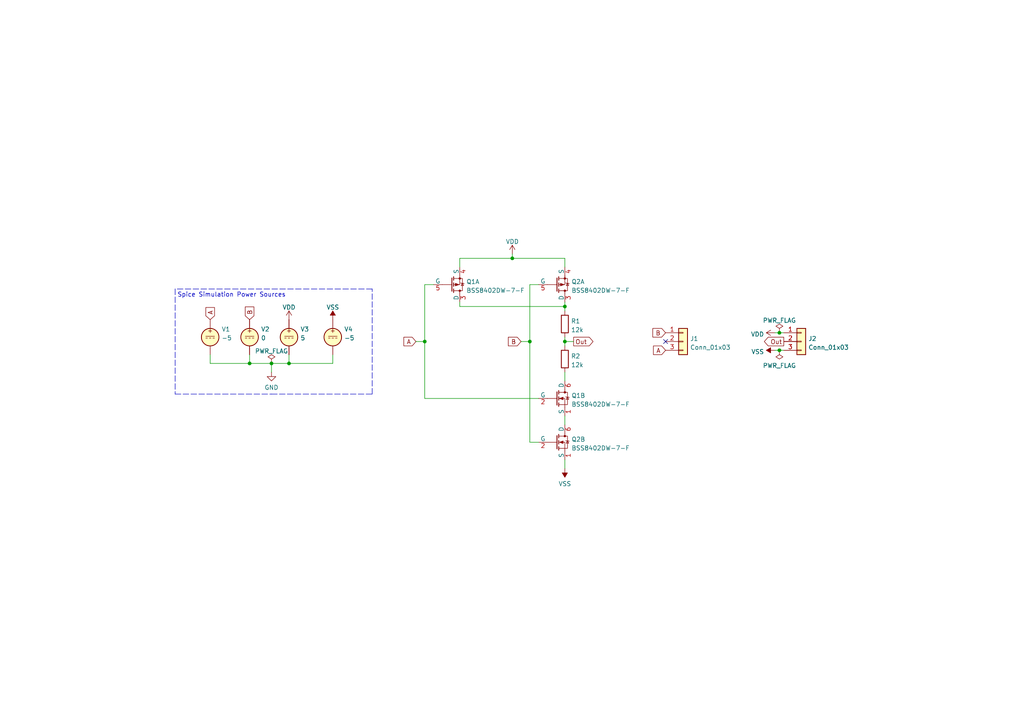
<source format=kicad_sch>
(kicad_sch (version 20211123) (generator eeschema)
  (paper "A4")
  (title_block (title "Balanced Ternary Antimin Gate") (date "2022-08-05") (rev "0"))
  (lib_symbols
    (symbol "Connector_Generic:Conn_01x03" (pin_names (offset 1.016) hide)
      (property "Reference" "J" (at 0 5.08 0))
      (property "Value" "Conn_01x03" (at 0 -5.08 0))
      (symbol "Conn_01x03_1_1"
        (rectangle (start -1.27 -2.413) (end 0 -2.667) (stroke (width 0.1524)))
        (rectangle (start -1.27 0.127) (end 0 -0.127) (stroke (width 0.1524)))
        (rectangle (start -1.27 2.667) (end 0 2.413) (stroke (width 0.1524)))
        (rectangle (start -1.27 3.81) (end 1.27 -3.81) (stroke (width 0.254)) (fill (type background)))
        (pin passive line (at -5.08 2.54 0) (length 3.81) (name "Pin_1") (number "1"))
        (pin passive line (at -5.08 0 0) (length 3.81) (name "Pin_2") (number "2"))
        (pin passive line (at -5.08 -2.54 0) (length 3.81) (name "Pin_3") (number "3"))
      )
    )
    (symbol "Device:R" (pin_numbers hide) (pin_names (offset 0))
      (property "Reference" "R" (at 2.032 0 90))
      (property "Value" "R" (at 0 0 90))
      (symbol "R_0_1"
        (rectangle (start -1.016 -2.54) (end 1.016 2.54) (stroke (width 0.254)))
      )
      (symbol "R_1_1"
        (pin passive line (at 0 3.81 270) (length 1.27) (name "~") (number "1"))
        (pin passive line (at 0 -3.81 90) (length 1.27) (name "~") (number "2"))
      )
    )
    (symbol "Simulation_SPICE:VDC" (pin_numbers hide) (pin_names (offset 0.0254))
      (property "Reference" "V" (at 2.54 2.54 0))
      (property "Value" "VDC" (at 2.54 0 0))
      (property "Spice_Model" "dc(1)" (at 2.54 -2.54 0))
      (symbol "VDC_0_0"
        (polyline (pts (xy -1.27 0.254) (xy 1.27 0.254)))
        (polyline (pts (xy -0.762 -0.254) (xy -1.27 -0.254)))
        (polyline (pts (xy 0.254 -0.254) (xy -0.254 -0.254)))
        (polyline (pts (xy 1.27 -0.254) (xy 0.762 -0.254)))
        (text "+" (at 0 1.905 0) (effects (font (size 1.27 1.27))))
      )
      (symbol "VDC_0_1"
        (circle (center 0 0) (radius 2.54) (stroke (width 0.254)) (fill (type background)))
      )
      (symbol "VDC_1_1"
        (pin passive line (at 0 5.08 270) (length 2.54) (name "~") (number "1"))
        (pin passive line (at 0 -5.08 90) (length 2.54) (name "~") (number "2"))
      )
    )
    (symbol "Tritium:BSS8402DW-7-F" (pin_names (offset 0))
      (property "Reference" "Q" (at 2.54 1.27 0))
      (property "Value" "BSS8402DW-7-F" (at 2.54 -1.27 0))
      (symbol "BSS8402DW-7-F_0_1"
        (polyline (pts (xy -2.286 -1.905) (xy -2.286 1.905)) (stroke (width 0.254)))
        (polyline (pts (xy -2.286 0) (xy -5.08 0)))
        (polyline (pts (xy -1.778 -2.286) (xy -1.778 -1.27)) (stroke (width 0.254)))
        (polyline (pts (xy -1.778 -0.508) (xy -1.778 0.508)) (stroke (width 0.254)))
        (polyline (pts (xy -1.778 1.27) (xy -1.778 2.286)) (stroke (width 0.254)))
        (polyline (pts (xy 0 2.54) (xy 0 1.778)))
        (polyline (pts (xy -1.778 -1.778) (xy 0.762 -1.778) (xy 0.762 1.778) (xy -1.778 1.778)))
        (polyline (pts (xy 0.254 0.508) (xy 0.381 0.381) (xy 1.143 0.381) (xy 1.27 0.254)))
        (polyline (pts (xy 0.762 0.381) (xy 0.381 -0.254) (xy 1.143 -0.254) (xy 0.762 0.381)))
        (circle (center 0 1.778) (radius 0.254) (fill (type outline)))
      )
      (symbol "BSS8402DW-7-F_1_1"
        (circle (center 0 -1.778) (radius 0.254) (fill (type outline)))
        (polyline (pts (xy 0 -2.54) (xy 0 -1.778)))
        (polyline (pts (xy 0 2.54) (xy 0 0) (xy -1.778 0)))
        (polyline (pts (xy -0.254 0) (xy -1.27 -0.381) (xy -1.27 0.381) (xy -0.254 0)) (fill (type outline)))
        (pin passive line (at 0 -5.08 90) (length 2.54) (name "D") (number "3"))
        (pin passive line (at 0 5.08 270) (length 2.54) (name "S") (number "4"))
        (pin input line (at -7.62 0 0) (length 2.54) (name "G") (number "5"))
      )
      (symbol "BSS8402DW-7-F_2_1"
        (polyline (pts (xy 0 -2.54) (xy 0 0) (xy -1.778 0)))
        (polyline (pts (xy -1.524 0) (xy -0.508 0.381) (xy -0.508 -0.381) (xy -1.524 0)) (fill (type outline)))
        (pin passive line (at 0 -5.08 90) (length 2.54) (name "S") (number "1"))
        (pin input line (at -7.62 0 0) (length 2.54) (name "G") (number "2"))
        (pin passive line (at 0 5.08 270) (length 2.54) (name "D") (number "6"))
      )
    )
    (symbol "power:GND" (power) (pin_names (offset 0))
      (property "Value" "GND" (at 0 -3.81 0))
      (symbol "GND_0_1"
        (polyline (pts (xy 0 0) (xy 0 -1.27) (xy 1.27 -1.27) (xy 0 -2.54) (xy -1.27 -1.27) (xy 0 -1.27)))
      )
      (symbol "GND_1_1"
        (pin power_in line (at 0 0 270) (length 0) hide (name "GND") (number "1"))
      )
    )
    (symbol "power:PWR_FLAG" (power) (pin_numbers hide) (pin_names (offset 0) hide)
      (property "Value" "PWR_FLAG" (at 0 3.81 0))
      (symbol "PWR_FLAG_0_0"
        (pin power_out line (at 0 0 90) (length 0) (name "pwr") (number "1"))
      )
      (symbol "PWR_FLAG_0_1"
        (polyline (pts (xy 0 0) (xy 0 1.27) (xy -1.016 1.905) (xy 0 2.54) (xy 1.016 1.905) (xy 0 1.27)))
      )
    )
    (symbol "power:VDD" (power) (pin_names (offset 0))
      (property "Value" "VDD" (at 0 3.81 0))
      (symbol "VDD_0_1"
        (polyline (pts (xy -0.762 1.27) (xy 0 2.54)))
        (polyline (pts (xy 0 0) (xy 0 2.54)))
        (polyline (pts (xy 0 2.54) (xy 0.762 1.27)))
      )
      (symbol "VDD_1_1"
        (pin power_in line (at 0 0 90) (length 0) hide (name "VDD") (number "1"))
      )
    )
    (symbol "power:VSS" (power) (pin_names (offset 0))
      (property "Value" "VSS" (at 0 3.81 0))
      (symbol "VSS_0_1"
        (polyline (pts (xy 0 0) (xy 0 2.54)))
        (polyline (pts (xy 0.762 1.27) (xy -0.762 1.27) (xy 0 2.54) (xy 0.762 1.27)) (fill (type outline)))
      )
      (symbol "VSS_1_1"
        (pin power_in line (at 0 0 90) (length 0) hide (name "VSS") (number "1"))
      )
    )
  )
  (junction (at 163.83 88.9))
  (junction (at 153.67 99.06))
  (junction (at 78.74 105.41))
  (junction (at 83.82 105.41))
  (junction (at 123.19 99.06))
  (junction (at 226.06 96.52))
  (junction (at 163.83 99.06))
  (junction (at 226.06 101.6))
  (junction (at 148.59 74.93))
  (junction (at 72.39 105.41))
  (no_connect (at 193.04 99.06))
  (wire (pts (xy 123.19 99.06) (xy 123.19 115.57)))
  (wire (pts (xy 133.35 87.63) (xy 133.35 88.9)))
  (wire (pts (xy 60.96 102.87) (xy 60.96 105.41)))
  (wire (pts (xy 163.83 120.65) (xy 163.83 123.19)))
  (wire (pts (xy 123.19 82.55) (xy 123.19 99.06)))
  (wire (pts (xy 226.06 96.52) (xy 227.33 96.52)))
  (wire (pts (xy 123.19 115.57) (xy 156.21 115.57)))
  (polyline (pts (xy 50.8 114.3) (xy 78.74 114.3)))
  (wire (pts (xy 163.83 97.79) (xy 163.83 99.06)))
  (wire (pts (xy 153.67 99.06) (xy 153.67 128.27)))
  (polyline (pts (xy 107.95 83.82) (xy 50.8 83.82)))
  (wire (pts (xy 163.83 99.06) (xy 166.37 99.06)))
  (wire (pts (xy 224.79 96.52) (xy 226.06 96.52)))
  (wire (pts (xy 163.83 107.95) (xy 163.83 110.49)))
  (wire (pts (xy 83.82 105.41) (xy 96.52 105.41)))
  (wire (pts (xy 120.65 99.06) (xy 123.19 99.06)))
  (wire (pts (xy 133.35 77.47) (xy 133.35 74.93)))
  (wire (pts (xy 78.74 105.41) (xy 83.82 105.41)))
  (wire (pts (xy 226.06 101.6) (xy 227.33 101.6)))
  (wire (pts (xy 224.79 101.6) (xy 226.06 101.6)))
  (wire (pts (xy 148.59 74.93) (xy 163.83 74.93)))
  (wire (pts (xy 163.83 87.63) (xy 163.83 88.9)))
  (wire (pts (xy 163.83 133.35) (xy 163.83 135.89)))
  (wire (pts (xy 163.83 74.93) (xy 163.83 77.47)))
  (wire (pts (xy 148.59 73.66) (xy 148.59 74.93)))
  (wire (pts (xy 163.83 99.06) (xy 163.83 100.33)))
  (wire (pts (xy 153.67 128.27) (xy 156.21 128.27)))
  (polyline (pts (xy 78.74 114.3) (xy 107.95 114.3)))
  (wire (pts (xy 156.21 82.55) (xy 153.67 82.55)))
  (wire (pts (xy 83.82 102.87) (xy 83.82 105.41)))
  (wire (pts (xy 78.74 105.41) (xy 78.74 107.95)))
  (wire (pts (xy 72.39 105.41) (xy 78.74 105.41)))
  (wire (pts (xy 60.96 105.41) (xy 72.39 105.41)))
  (polyline (pts (xy 107.95 114.3) (xy 107.95 83.82)))
  (polyline (pts (xy 50.8 83.82) (xy 50.8 114.3)))
  (wire (pts (xy 163.83 88.9) (xy 163.83 90.17)))
  (wire (pts (xy 151.13 99.06) (xy 153.67 99.06)))
  (wire (pts (xy 133.35 88.9) (xy 163.83 88.9)))
  (wire (pts (xy 133.35 74.93) (xy 148.59 74.93)))
  (wire (pts (xy 72.39 102.87) (xy 72.39 105.41)))
  (wire (pts (xy 96.52 105.41) (xy 96.52 102.87)))
  (wire (pts (xy 153.67 82.55) (xy 153.67 99.06)))
  (wire (pts (xy 125.73 82.55) (xy 123.19 82.55)))
  (text "Spice Simulation Power Sources" (at 51.435 86.36 0) (effects (font (size 1.27 1.27)) (justify left bottom)))
  (global_label "Out" (shape output) (at 166.37 99.06 0) (property "Intersheet References" "${INTERSHEET_REFS}" (effects hide)))
  (global_label "A" (shape input) (at 193.04 101.6 180) (property "Intersheet References" "${INTERSHEET_REFS}" (effects hide)))
  (global_label "Out" (shape output) (at 227.33 99.06 180) (property "Intersheet References" "${INTERSHEET_REFS}" (effects hide)))
  (global_label "A" (shape input) (at 60.96 92.71 90) (property "Intersheet References" "${INTERSHEET_REFS}" (effects hide)))
  (global_label "B" (shape input) (at 151.13 99.06 180) (property "Intersheet References" "${INTERSHEET_REFS}" (effects hide)))
  (global_label "B" (shape input) (at 72.39 92.71 90) (property "Intersheet References" "${INTERSHEET_REFS}" (effects hide)))
  (global_label "B" (shape input) (at 193.04 96.52 180) (property "Intersheet References" "${INTERSHEET_REFS}" (effects hide)))
  (global_label "A" (shape input) (at 120.65 99.06 180) (property "Intersheet References" "${INTERSHEET_REFS}" (effects hide)))
  (symbol (lib_id "power:PWR_FLAG") (at 226.06 96.52 0) (unit 1)
    (property "Reference" "#FLG01" (effects hide))
    (property "Value" "PWR_FLAG" (at 226.06 92.9442 0))
  )
  (symbol (lib_id "power:PWR_FLAG") (at 226.06 101.6 180) (unit 1)
    (property "Reference" "#FLG02" (effects hide))
    (property "Value" "PWR_FLAG" (at 226.06 106.0434 0))
  )
  (symbol (lib_id "Device:R") (at 163.83 93.98 0) (unit 1)
    (property "Reference" "R1" (at 165.608 93.1453 0) (effects (justify left)))
    (property "Value" "12k" (at 165.608 95.6822 0) (effects (justify left)))
    (property "Footprint" "Resistor_SMD:R_0603_1608Metric_Pad0.98x0.95mm_HandSolder" (effects hide))
  )
  (symbol (lib_id "Connector_Generic:Conn_01x03") (at 198.12 99.06 0) (unit 1)
    (property "Reference" "J1" (at 200.152 98.2253 0) (effects (justify left)))
    (property "Value" "Conn_01x03" (at 200.152 100.7622 0) (effects (justify left)))
    (property "Footprint" "Tritium:PinHeader_1x03_P2.54mm_Vertical_NoSilkscreen" (effects hide))
    (property "Spice_Primitive" "J" (effects hide))
    (property "Spice_Model" "Conn_01x03" (effects hide))
    (property "Spice_Netlist_Enabled" "N" (effects hide))
  )
  (symbol (lib_id "Simulation_SPICE:VDC") (at 96.52 97.79 0) (unit 1)
    (property "Reference" "V4" (at 99.822 95.4971 0) (effects (justify left)))
    (property "Value" "VDC" (at 99.822 98.034 0) (effects (justify left)))
    (property "Spice_Netlist_Enabled" "Y" (effects hide))
    (property "Spice_Primitive" "V" (effects hide))
    (property "Spice_Model" "dc(-5)" (at 99.822 100.5709 0) (effects (justify left)))
  )
  (symbol (lib_id "Simulation_SPICE:VDC") (at 83.82 97.79 0) (unit 1)
    (property "Reference" "V3" (at 87.122 95.4971 0) (effects (justify left)))
    (property "Value" "VDC" (at 87.122 98.034 0) (effects (justify left)))
    (property "Spice_Netlist_Enabled" "Y" (effects hide))
    (property "Spice_Primitive" "V" (effects hide))
    (property "Spice_Model" "dc(5)" (at 87.122 100.5709 0) (effects (justify left)))
  )
  (symbol (lib_id "Tritium:BSS8402DW-7-F") (at 163.83 115.57 0) (unit 2)
    (property "Reference" "Q1" (at 165.735 114.7353 0) (effects (justify left)))
    (property "Value" "BSS8402DW-7-F" (at 165.735 117.2722 0) (effects (justify left)))
    (property "Footprint" "Package_TO_SOT_SMD:SOT-363_SC-70-6_Handsoldering" (effects hide))
    (property "Datasheet" "https://www.diodes.com/assets/Datasheets/ds30380.pdf" (effects hide))
    (property "Spice_Primitive" "X" (effects hide))
    (property "Spice_Model" "BSS8402DW" (effects hide))
    (property "Spice_Netlist_Enabled" "Y" (effects hide))
    (property "Spice_Lib_File" "/lab/dev/tritium/library/TritiumSpice.lib" (effects hide))
  )
  (symbol (lib_id "power:VDD") (at 83.82 92.71 0) (unit 1)
    (property "Reference" "#PWR06" (effects hide))
    (property "Value" "VDD" (at 83.82 89.1342 0))
  )
  (symbol (lib_id "power:VDD") (at 224.79 96.52 90) (unit 1)
    (property "Reference" "#PWR03" (effects hide))
    (property "Value" "VDD" (at 221.615 96.9538 90) (effects (justify left)))
  )
  (symbol (lib_id "power:VSS") (at 224.79 101.6 90) (unit 1)
    (property "Reference" "#PWR04" (effects hide))
    (property "Value" "VSS" (at 221.615 102.0338 90) (effects (justify left)))
  )
  (symbol (lib_id "Tritium:BSS8402DW-7-F") (at 163.83 82.55 0) (unit 1)
    (property "Reference" "Q2" (at 165.735 81.7153 0) (effects (justify left)))
    (property "Value" "BSS8402DW-7-F" (at 165.735 84.2522 0) (effects (justify left)))
    (property "Footprint" "Package_TO_SOT_SMD:SOT-363_SC-70-6_Handsoldering" (effects hide))
    (property "Datasheet" "https://www.diodes.com/assets/Datasheets/ds30380.pdf" (effects hide))
    (property "Spice_Primitive" "X" (effects hide))
    (property "Spice_Model" "BSS8402DW" (effects hide))
    (property "Spice_Netlist_Enabled" "Y" (effects hide))
    (property "Spice_Lib_File" "/lab/dev/tritium/library/TritiumSpice.lib" (effects hide))
  )
  (symbol (lib_id "power:GND") (at 78.74 107.95 0) (unit 1)
    (property "Reference" "#PWR05" (effects hide))
    (property "Value" "GND" (at 78.74 112.3934 0))
  )
  (symbol (lib_id "Connector_Generic:Conn_01x03") (at 232.41 99.06 0) (unit 1)
    (property "Reference" "J2" (at 234.442 98.2253 0) (effects (justify left)))
    (property "Value" "Conn_01x03" (at 234.442 100.7622 0) (effects (justify left)))
    (property "Footprint" "Tritium:PinHeader_1x03_P2.54mm_Vertical_NoSilkscreen" (effects hide))
    (property "Spice_Primitive" "J" (effects hide))
    (property "Spice_Model" "Conn_01x03" (effects hide))
    (property "Spice_Netlist_Enabled" "N" (effects hide))
  )
  (symbol (lib_id "power:VDD") (at 148.59 73.66 0) (unit 1)
    (property "Reference" "#PWR01" (effects hide))
    (property "Value" "VDD" (at 148.59 70.0842 0))
  )
  (symbol (lib_id "Tritium:BSS8402DW-7-F") (at 163.83 128.27 0) (unit 2)
    (property "Reference" "Q2" (at 165.735 127.4353 0) (effects (justify left)))
    (property "Value" "BSS8402DW-7-F" (at 165.735 129.9722 0) (effects (justify left)))
    (property "Footprint" "Package_TO_SOT_SMD:SOT-363_SC-70-6_Handsoldering" (effects hide))
    (property "Datasheet" "https://www.diodes.com/assets/Datasheets/ds30380.pdf" (effects hide))
    (property "Spice_Primitive" "X" (effects hide))
    (property "Spice_Model" "BSS8402DW" (effects hide))
    (property "Spice_Netlist_Enabled" "Y" (effects hide))
    (property "Spice_Lib_File" "/lab/dev/tritium/library/TritiumSpice.lib" (effects hide))
  )
  (symbol (lib_id "Device:R") (at 163.83 104.14 0) (unit 1)
    (property "Reference" "R2" (at 165.608 103.3053 0) (effects (justify left)))
    (property "Value" "12k" (at 165.608 105.8422 0) (effects (justify left)))
    (property "Footprint" "Resistor_SMD:R_0603_1608Metric_Pad0.98x0.95mm_HandSolder" (effects hide))
  )
  (symbol (lib_id "Tritium:BSS8402DW-7-F") (at 133.35 82.55 0) (unit 1)
    (property "Reference" "Q1" (at 135.255 81.7153 0) (effects (justify left)))
    (property "Value" "BSS8402DW-7-F" (at 135.255 84.2522 0) (effects (justify left)))
    (property "Footprint" "Package_TO_SOT_SMD:SOT-363_SC-70-6_Handsoldering" (effects hide))
    (property "Datasheet" "https://www.diodes.com/assets/Datasheets/ds30380.pdf" (effects hide))
    (property "Spice_Primitive" "X" (effects hide))
    (property "Spice_Model" "BSS8402DW" (effects hide))
    (property "Spice_Netlist_Enabled" "Y" (effects hide))
    (property "Spice_Lib_File" "/lab/dev/tritium/library/TritiumSpice.lib" (effects hide))
  )
  (symbol (lib_id "Simulation_SPICE:VDC") (at 72.39 97.79 0) (unit 1)
    (property "Reference" "V2" (at 75.692 95.4971 0) (effects (justify left)))
    (property "Value" "VDC" (at 75.692 98.034 0) (effects (justify left)))
    (property "Spice_Netlist_Enabled" "Y" (effects hide))
    (property "Spice_Primitive" "V" (effects hide))
    (property "Spice_Model" "dc(0)" (at 75.692 100.5709 0) (effects (justify left)))
  )
  (symbol (lib_id "Simulation_SPICE:VDC") (at 60.96 97.79 0) (unit 1)
    (property "Reference" "V1" (at 64.262 95.4971 0) (effects (justify left)))
    (property "Value" "VDC" (at 64.262 98.034 0) (effects (justify left)))
    (property "Spice_Netlist_Enabled" "Y" (effects hide))
    (property "Spice_Primitive" "V" (effects hide))
    (property "Spice_Model" "dc(-5)" (at 64.262 100.5709 0) (effects (justify left)))
  )
  (symbol (lib_id "power:VSS") (at 96.52 92.71 0) (unit 1)
    (property "Reference" "#PWR07" (effects hide))
    (property "Value" "VSS" (at 96.52 89.1342 0))
  )
  (symbol (lib_id "power:PWR_FLAG") (at 78.74 105.41 0) (unit 1)
    (property "Reference" "#FLG03" (effects hide))
    (property "Value" "PWR_FLAG" (at 78.74 101.8342 0))
  )
  (symbol (lib_id "power:VSS") (at 163.83 135.89 180) (unit 1)
    (property "Reference" "#PWR02" (effects hide))
    (property "Value" "VSS" (at 163.83 140.3334 0))
  )
)
</source>
